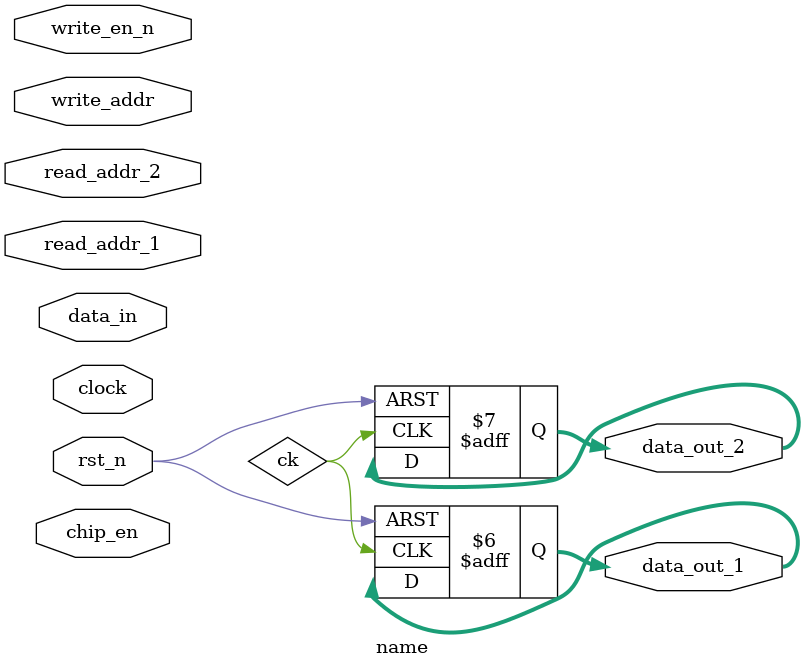
<source format=sv>
/*------------------------------------------------------------------------------
 Project      : IL2234 Project - Milestone 2 -> Register File 
 File         : rf.sv
 Author       : Michael Kirchhofer, Yaowen Fan, Fredrik Kis
 Description  : RTL implementation of the processor Register File (Milestone 2).
------------------------------------------------------------------------------*/


module name #(
  parameter int unsigned BW = 16, // bitwidth
  parameter int unsigned DEPTH = 32  // address width
  // Register file with 32 x 16 bit registers
) (
  input logic  clock, rst_n, chip_en,write_en_n,
  input logic [BW-1:0]  data_in, 
  input logic [$clog2(DEPTH)-1:0] read_addr_1, read_addr_2, write_addr,
  output logic[BW-1:0] data_out_1, data_out_2,

);


// Synchronrous logic
always_ff @(posedge ck or negedge rst_n) begin
  if(!rst_n) begin
    data_out_1 <= '0;
    data_out_2 <= '0;
  end else if (chip_en && !write_en_n) begin // write data_in to register at write_addr
    
  end
end

always_comb begin

end

endmodule
</source>
